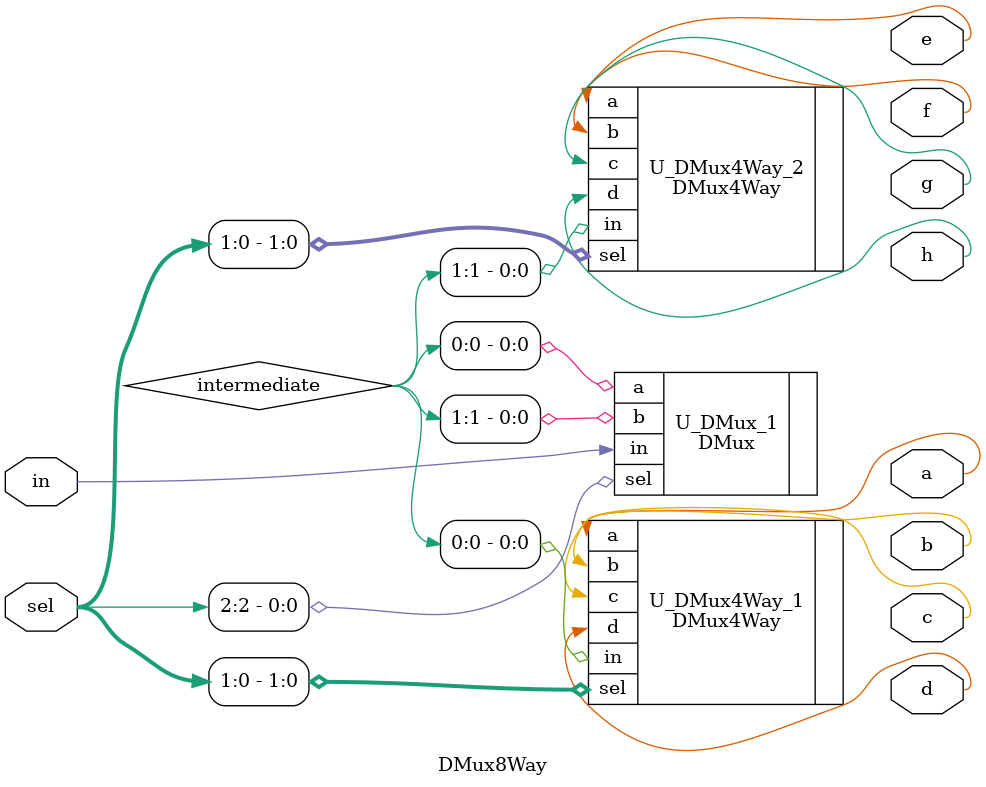
<source format=v>
`ifndef DMUX8WAY_V
`define DMUX8WAY_V

`include "DMux.v"
`include "DMux4Way.v"

module DMux8Way(a, b, c, d, e, f, g, h, in, sel);

    input in;
    input [2:0] sel;

    output a;
    output b;
    output c;
    output d;
    output e;
    output f;
    output g;
    output h;

    wire [1:0] intermediate;

    DMux U_DMux_1(.a(intermediate[0]), .b(intermediate[1]), .in(in), .sel(sel[2]));
    DMux4Way U_DMux4Way_1(.a(a), .b(b), .c(c), .d(d), .in(intermediate[0]), .sel(sel[1:0]));
    DMux4Way U_DMux4Way_2(.a(e), .b(f), .c(g), .d(h), .in(intermediate[1]), .sel(sel[1:0]));

endmodule

`endif
</source>
